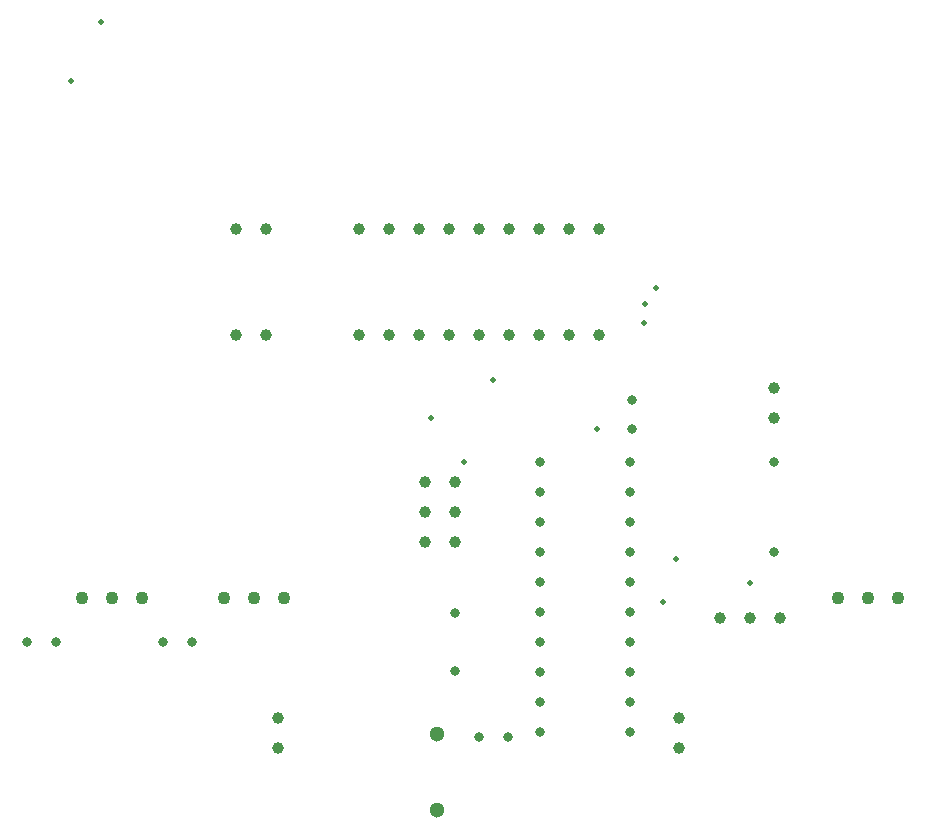
<source format=gbr>
%TF.GenerationSoftware,KiCad,Pcbnew,8.0.8*%
%TF.CreationDate,2025-07-28T16:06:43+02:00*%
%TF.ProjectId,Linefollower Wz.4,4c696e65-666f-46c6-9c6f-77657220577a,4.1*%
%TF.SameCoordinates,Original*%
%TF.FileFunction,Plated,1,2,PTH,Drill*%
%TF.FilePolarity,Positive*%
%FSLAX46Y46*%
G04 Gerber Fmt 4.6, Leading zero omitted, Abs format (unit mm)*
G04 Created by KiCad (PCBNEW 8.0.8) date 2025-07-28 16:06:43*
%MOMM*%
%LPD*%
G01*
G04 APERTURE LIST*
%TA.AperFunction,ViaDrill*%
%ADD10C,0.500000*%
%TD*%
%TA.AperFunction,ComponentDrill*%
%ADD11C,0.800000*%
%TD*%
%TA.AperFunction,ComponentDrill*%
%ADD12C,1.000000*%
%TD*%
%TA.AperFunction,ComponentDrill*%
%ADD13C,1.100000*%
%TD*%
%TA.AperFunction,ComponentDrill*%
%ADD14C,1.300000*%
%TD*%
G04 APERTURE END LIST*
D10*
X90490000Y-75525000D03*
X92990000Y-70525000D03*
X121000000Y-104000000D03*
X123758763Y-107787760D03*
X126250000Y-100790000D03*
X135000002Y-105000000D03*
X139000000Y-96000000D03*
X139093374Y-94359935D03*
X140000000Y-93000000D03*
X140589009Y-119589009D03*
X141750000Y-116000000D03*
X148000000Y-118000000D03*
D11*
%TO.C,C2*%
X86750000Y-123000000D03*
X89250000Y-123000000D03*
%TO.C,C3*%
X98250000Y-123000000D03*
X100750000Y-123000000D03*
%TO.C,Y1*%
X123000000Y-120550000D03*
X123000000Y-125430000D03*
%TO.C,C4*%
X125000000Y-131000000D03*
X127500000Y-131000000D03*
%TO.C,U11*%
X130200000Y-107760000D03*
X130200000Y-110300000D03*
X130200000Y-112840000D03*
X130200000Y-115380000D03*
X130200000Y-117920000D03*
X130200000Y-120460000D03*
X130200000Y-123000000D03*
X130200000Y-125540000D03*
X130200000Y-128080000D03*
X130200000Y-130620000D03*
X137820000Y-107760000D03*
X137820000Y-110300000D03*
X137820000Y-112840000D03*
X137820000Y-115380000D03*
X137820000Y-117920000D03*
X137820000Y-120460000D03*
X137820000Y-123000000D03*
X137820000Y-125540000D03*
X137820000Y-128080000D03*
X137820000Y-130620000D03*
%TO.C,C1*%
X138000000Y-102500000D03*
X138000000Y-105000000D03*
%TO.C,SW1*%
X150000000Y-107732500D03*
X150000000Y-115352500D03*
D12*
%TO.C,J4*%
X104460000Y-88000000D03*
%TO.C,J5*%
X104460000Y-97000000D03*
%TO.C,J4*%
X107000000Y-88000000D03*
%TO.C,J5*%
X107000000Y-97000000D03*
%TO.C,M1*%
X108000000Y-129460000D03*
X108000000Y-132000000D03*
%TO.C,J1*%
X114840000Y-88000000D03*
%TO.C,J3*%
X114840000Y-97000000D03*
%TO.C,J1*%
X117380000Y-88000000D03*
%TO.C,J3*%
X117380000Y-97000000D03*
%TO.C,J1*%
X119920000Y-88000000D03*
%TO.C,J3*%
X119920000Y-97000000D03*
%TO.C,ICSP1*%
X120460000Y-109475000D03*
X120460000Y-112015000D03*
X120460000Y-114555000D03*
%TO.C,J1*%
X122460000Y-88000000D03*
%TO.C,J3*%
X122460000Y-97000000D03*
%TO.C,ICSP1*%
X123000000Y-109475000D03*
X123000000Y-112015000D03*
X123000000Y-114555000D03*
%TO.C,J1*%
X125000000Y-88000000D03*
%TO.C,J3*%
X125000000Y-97000000D03*
%TO.C,J1*%
X127540000Y-88000000D03*
%TO.C,J3*%
X127540000Y-97000000D03*
%TO.C,J1*%
X130080000Y-88000000D03*
%TO.C,J3*%
X130080000Y-97000000D03*
%TO.C,J1*%
X132620000Y-88000000D03*
%TO.C,J3*%
X132620000Y-97000000D03*
%TO.C,J1*%
X135160000Y-88000000D03*
%TO.C,J3*%
X135160000Y-97000000D03*
%TO.C,M2*%
X142000000Y-129460000D03*
X142000000Y-132000000D03*
%TO.C,S1*%
X145475000Y-120975000D03*
X148015000Y-120975000D03*
%TO.C,12V*%
X150000000Y-101460000D03*
X150000000Y-104000000D03*
%TO.C,S1*%
X150555000Y-120975000D03*
D13*
%TO.C,U10*%
X91460000Y-119230000D03*
X94000000Y-119230000D03*
X96540000Y-119230000D03*
%TO.C,Q1*%
X103460000Y-119230000D03*
X106000000Y-119230000D03*
X108540000Y-119230000D03*
%TO.C,Q2*%
X155460000Y-119230000D03*
X158000000Y-119230000D03*
X160540000Y-119230000D03*
D14*
%TO.C,SW2*%
X121500000Y-130750000D03*
X121500000Y-137250000D03*
M02*

</source>
